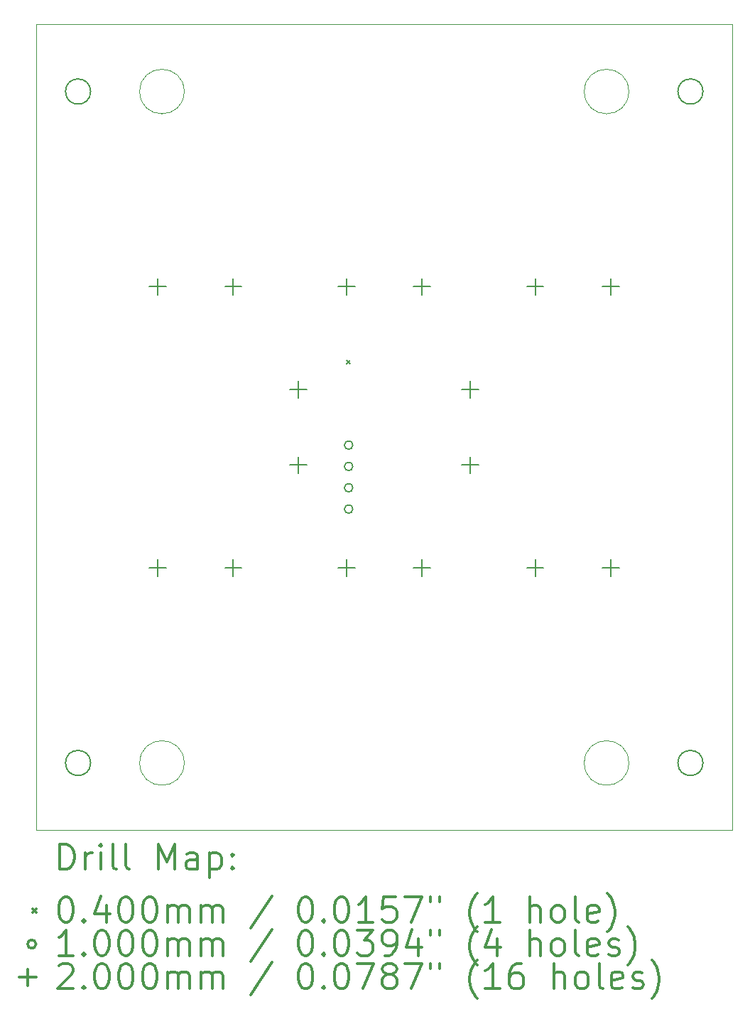
<source format=gbr>
%FSLAX45Y45*%
G04 Gerber Fmt 4.5, Leading zero omitted, Abs format (unit mm)*
G04 Created by KiCad (PCBNEW (5.1.10)-1) date 2022-04-02 16:27:37*
%MOMM*%
%LPD*%
G01*
G04 APERTURE LIST*
%TA.AperFunction,Profile*%
%ADD10C,0.050000*%
%TD*%
%TA.AperFunction,Profile*%
%ADD11C,0.150000*%
%TD*%
%ADD12C,0.200000*%
%ADD13C,0.300000*%
G04 APERTURE END LIST*
D10*
X16065000Y-5900000D02*
G75*
G03*
X16065000Y-5900000I-265000J0D01*
G01*
X10765000Y-5900000D02*
G75*
G03*
X10765000Y-5900000I-265000J0D01*
G01*
X10765000Y-13900000D02*
G75*
G03*
X10765000Y-13900000I-265000J0D01*
G01*
X16065000Y-13900000D02*
G75*
G03*
X16065000Y-13900000I-265000J0D01*
G01*
D11*
X9650000Y-13900000D02*
G75*
G03*
X9650000Y-13900000I-150000J0D01*
G01*
X16950000Y-13900000D02*
G75*
G03*
X16950000Y-13900000I-150000J0D01*
G01*
X16950000Y-5900000D02*
G75*
G03*
X16950000Y-5900000I-150000J0D01*
G01*
X9650000Y-5900000D02*
G75*
G03*
X9650000Y-5900000I-150000J0D01*
G01*
D10*
X9000000Y-14700000D02*
X17300000Y-14700000D01*
X9000000Y-5100000D02*
X9000000Y-14700000D01*
X17300000Y-5100000D02*
X9000000Y-5100000D01*
X17300000Y-5100000D02*
X17300000Y-14700000D01*
D12*
X12705000Y-9105000D02*
X12745000Y-9145000D01*
X12745000Y-9105000D02*
X12705000Y-9145000D01*
X12775000Y-10113000D02*
G75*
G03*
X12775000Y-10113000I-50000J0D01*
G01*
X12775000Y-10367000D02*
G75*
G03*
X12775000Y-10367000I-50000J0D01*
G01*
X12775000Y-10621000D02*
G75*
G03*
X12775000Y-10621000I-50000J0D01*
G01*
X12775000Y-10875000D02*
G75*
G03*
X12775000Y-10875000I-50000J0D01*
G01*
X10450000Y-8125000D02*
X10450000Y-8325000D01*
X10350000Y-8225000D02*
X10550000Y-8225000D01*
X10450000Y-11475000D02*
X10450000Y-11675000D01*
X10350000Y-11575000D02*
X10550000Y-11575000D01*
X11350000Y-8125000D02*
X11350000Y-8325000D01*
X11250000Y-8225000D02*
X11450000Y-8225000D01*
X11350000Y-11475000D02*
X11350000Y-11675000D01*
X11250000Y-11575000D02*
X11450000Y-11575000D01*
X12125000Y-9350000D02*
X12125000Y-9550000D01*
X12025000Y-9450000D02*
X12225000Y-9450000D01*
X12125000Y-10250000D02*
X12125000Y-10450000D01*
X12025000Y-10350000D02*
X12225000Y-10350000D01*
X12700000Y-8125000D02*
X12700000Y-8325000D01*
X12600000Y-8225000D02*
X12800000Y-8225000D01*
X12700000Y-11475000D02*
X12700000Y-11675000D01*
X12600000Y-11575000D02*
X12800000Y-11575000D01*
X13600000Y-8125000D02*
X13600000Y-8325000D01*
X13500000Y-8225000D02*
X13700000Y-8225000D01*
X13600000Y-11475000D02*
X13600000Y-11675000D01*
X13500000Y-11575000D02*
X13700000Y-11575000D01*
X14175000Y-9350000D02*
X14175000Y-9550000D01*
X14075000Y-9450000D02*
X14275000Y-9450000D01*
X14175000Y-10250000D02*
X14175000Y-10450000D01*
X14075000Y-10350000D02*
X14275000Y-10350000D01*
X14950000Y-8125000D02*
X14950000Y-8325000D01*
X14850000Y-8225000D02*
X15050000Y-8225000D01*
X14950000Y-11475000D02*
X14950000Y-11675000D01*
X14850000Y-11575000D02*
X15050000Y-11575000D01*
X15850000Y-8125000D02*
X15850000Y-8325000D01*
X15750000Y-8225000D02*
X15950000Y-8225000D01*
X15850000Y-11475000D02*
X15850000Y-11675000D01*
X15750000Y-11575000D02*
X15950000Y-11575000D01*
D13*
X9283928Y-15168214D02*
X9283928Y-14868214D01*
X9355357Y-14868214D01*
X9398214Y-14882500D01*
X9426786Y-14911071D01*
X9441071Y-14939643D01*
X9455357Y-14996786D01*
X9455357Y-15039643D01*
X9441071Y-15096786D01*
X9426786Y-15125357D01*
X9398214Y-15153929D01*
X9355357Y-15168214D01*
X9283928Y-15168214D01*
X9583928Y-15168214D02*
X9583928Y-14968214D01*
X9583928Y-15025357D02*
X9598214Y-14996786D01*
X9612500Y-14982500D01*
X9641071Y-14968214D01*
X9669643Y-14968214D01*
X9769643Y-15168214D02*
X9769643Y-14968214D01*
X9769643Y-14868214D02*
X9755357Y-14882500D01*
X9769643Y-14896786D01*
X9783928Y-14882500D01*
X9769643Y-14868214D01*
X9769643Y-14896786D01*
X9955357Y-15168214D02*
X9926786Y-15153929D01*
X9912500Y-15125357D01*
X9912500Y-14868214D01*
X10112500Y-15168214D02*
X10083928Y-15153929D01*
X10069643Y-15125357D01*
X10069643Y-14868214D01*
X10455357Y-15168214D02*
X10455357Y-14868214D01*
X10555357Y-15082500D01*
X10655357Y-14868214D01*
X10655357Y-15168214D01*
X10926786Y-15168214D02*
X10926786Y-15011071D01*
X10912500Y-14982500D01*
X10883928Y-14968214D01*
X10826786Y-14968214D01*
X10798214Y-14982500D01*
X10926786Y-15153929D02*
X10898214Y-15168214D01*
X10826786Y-15168214D01*
X10798214Y-15153929D01*
X10783928Y-15125357D01*
X10783928Y-15096786D01*
X10798214Y-15068214D01*
X10826786Y-15053929D01*
X10898214Y-15053929D01*
X10926786Y-15039643D01*
X11069643Y-14968214D02*
X11069643Y-15268214D01*
X11069643Y-14982500D02*
X11098214Y-14968214D01*
X11155357Y-14968214D01*
X11183928Y-14982500D01*
X11198214Y-14996786D01*
X11212500Y-15025357D01*
X11212500Y-15111071D01*
X11198214Y-15139643D01*
X11183928Y-15153929D01*
X11155357Y-15168214D01*
X11098214Y-15168214D01*
X11069643Y-15153929D01*
X11341071Y-15139643D02*
X11355357Y-15153929D01*
X11341071Y-15168214D01*
X11326786Y-15153929D01*
X11341071Y-15139643D01*
X11341071Y-15168214D01*
X11341071Y-14982500D02*
X11355357Y-14996786D01*
X11341071Y-15011071D01*
X11326786Y-14996786D01*
X11341071Y-14982500D01*
X11341071Y-15011071D01*
X8957500Y-15642500D02*
X8997500Y-15682500D01*
X8997500Y-15642500D02*
X8957500Y-15682500D01*
X9341071Y-15498214D02*
X9369643Y-15498214D01*
X9398214Y-15512500D01*
X9412500Y-15526786D01*
X9426786Y-15555357D01*
X9441071Y-15612500D01*
X9441071Y-15683929D01*
X9426786Y-15741071D01*
X9412500Y-15769643D01*
X9398214Y-15783929D01*
X9369643Y-15798214D01*
X9341071Y-15798214D01*
X9312500Y-15783929D01*
X9298214Y-15769643D01*
X9283928Y-15741071D01*
X9269643Y-15683929D01*
X9269643Y-15612500D01*
X9283928Y-15555357D01*
X9298214Y-15526786D01*
X9312500Y-15512500D01*
X9341071Y-15498214D01*
X9569643Y-15769643D02*
X9583928Y-15783929D01*
X9569643Y-15798214D01*
X9555357Y-15783929D01*
X9569643Y-15769643D01*
X9569643Y-15798214D01*
X9841071Y-15598214D02*
X9841071Y-15798214D01*
X9769643Y-15483929D02*
X9698214Y-15698214D01*
X9883928Y-15698214D01*
X10055357Y-15498214D02*
X10083928Y-15498214D01*
X10112500Y-15512500D01*
X10126786Y-15526786D01*
X10141071Y-15555357D01*
X10155357Y-15612500D01*
X10155357Y-15683929D01*
X10141071Y-15741071D01*
X10126786Y-15769643D01*
X10112500Y-15783929D01*
X10083928Y-15798214D01*
X10055357Y-15798214D01*
X10026786Y-15783929D01*
X10012500Y-15769643D01*
X9998214Y-15741071D01*
X9983928Y-15683929D01*
X9983928Y-15612500D01*
X9998214Y-15555357D01*
X10012500Y-15526786D01*
X10026786Y-15512500D01*
X10055357Y-15498214D01*
X10341071Y-15498214D02*
X10369643Y-15498214D01*
X10398214Y-15512500D01*
X10412500Y-15526786D01*
X10426786Y-15555357D01*
X10441071Y-15612500D01*
X10441071Y-15683929D01*
X10426786Y-15741071D01*
X10412500Y-15769643D01*
X10398214Y-15783929D01*
X10369643Y-15798214D01*
X10341071Y-15798214D01*
X10312500Y-15783929D01*
X10298214Y-15769643D01*
X10283928Y-15741071D01*
X10269643Y-15683929D01*
X10269643Y-15612500D01*
X10283928Y-15555357D01*
X10298214Y-15526786D01*
X10312500Y-15512500D01*
X10341071Y-15498214D01*
X10569643Y-15798214D02*
X10569643Y-15598214D01*
X10569643Y-15626786D02*
X10583928Y-15612500D01*
X10612500Y-15598214D01*
X10655357Y-15598214D01*
X10683928Y-15612500D01*
X10698214Y-15641071D01*
X10698214Y-15798214D01*
X10698214Y-15641071D02*
X10712500Y-15612500D01*
X10741071Y-15598214D01*
X10783928Y-15598214D01*
X10812500Y-15612500D01*
X10826786Y-15641071D01*
X10826786Y-15798214D01*
X10969643Y-15798214D02*
X10969643Y-15598214D01*
X10969643Y-15626786D02*
X10983928Y-15612500D01*
X11012500Y-15598214D01*
X11055357Y-15598214D01*
X11083928Y-15612500D01*
X11098214Y-15641071D01*
X11098214Y-15798214D01*
X11098214Y-15641071D02*
X11112500Y-15612500D01*
X11141071Y-15598214D01*
X11183928Y-15598214D01*
X11212500Y-15612500D01*
X11226786Y-15641071D01*
X11226786Y-15798214D01*
X11812500Y-15483929D02*
X11555357Y-15869643D01*
X12198214Y-15498214D02*
X12226786Y-15498214D01*
X12255357Y-15512500D01*
X12269643Y-15526786D01*
X12283928Y-15555357D01*
X12298214Y-15612500D01*
X12298214Y-15683929D01*
X12283928Y-15741071D01*
X12269643Y-15769643D01*
X12255357Y-15783929D01*
X12226786Y-15798214D01*
X12198214Y-15798214D01*
X12169643Y-15783929D01*
X12155357Y-15769643D01*
X12141071Y-15741071D01*
X12126786Y-15683929D01*
X12126786Y-15612500D01*
X12141071Y-15555357D01*
X12155357Y-15526786D01*
X12169643Y-15512500D01*
X12198214Y-15498214D01*
X12426786Y-15769643D02*
X12441071Y-15783929D01*
X12426786Y-15798214D01*
X12412500Y-15783929D01*
X12426786Y-15769643D01*
X12426786Y-15798214D01*
X12626786Y-15498214D02*
X12655357Y-15498214D01*
X12683928Y-15512500D01*
X12698214Y-15526786D01*
X12712500Y-15555357D01*
X12726786Y-15612500D01*
X12726786Y-15683929D01*
X12712500Y-15741071D01*
X12698214Y-15769643D01*
X12683928Y-15783929D01*
X12655357Y-15798214D01*
X12626786Y-15798214D01*
X12598214Y-15783929D01*
X12583928Y-15769643D01*
X12569643Y-15741071D01*
X12555357Y-15683929D01*
X12555357Y-15612500D01*
X12569643Y-15555357D01*
X12583928Y-15526786D01*
X12598214Y-15512500D01*
X12626786Y-15498214D01*
X13012500Y-15798214D02*
X12841071Y-15798214D01*
X12926786Y-15798214D02*
X12926786Y-15498214D01*
X12898214Y-15541071D01*
X12869643Y-15569643D01*
X12841071Y-15583929D01*
X13283928Y-15498214D02*
X13141071Y-15498214D01*
X13126786Y-15641071D01*
X13141071Y-15626786D01*
X13169643Y-15612500D01*
X13241071Y-15612500D01*
X13269643Y-15626786D01*
X13283928Y-15641071D01*
X13298214Y-15669643D01*
X13298214Y-15741071D01*
X13283928Y-15769643D01*
X13269643Y-15783929D01*
X13241071Y-15798214D01*
X13169643Y-15798214D01*
X13141071Y-15783929D01*
X13126786Y-15769643D01*
X13398214Y-15498214D02*
X13598214Y-15498214D01*
X13469643Y-15798214D01*
X13698214Y-15498214D02*
X13698214Y-15555357D01*
X13812500Y-15498214D02*
X13812500Y-15555357D01*
X14255357Y-15912500D02*
X14241071Y-15898214D01*
X14212500Y-15855357D01*
X14198214Y-15826786D01*
X14183928Y-15783929D01*
X14169643Y-15712500D01*
X14169643Y-15655357D01*
X14183928Y-15583929D01*
X14198214Y-15541071D01*
X14212500Y-15512500D01*
X14241071Y-15469643D01*
X14255357Y-15455357D01*
X14526786Y-15798214D02*
X14355357Y-15798214D01*
X14441071Y-15798214D02*
X14441071Y-15498214D01*
X14412500Y-15541071D01*
X14383928Y-15569643D01*
X14355357Y-15583929D01*
X14883928Y-15798214D02*
X14883928Y-15498214D01*
X15012500Y-15798214D02*
X15012500Y-15641071D01*
X14998214Y-15612500D01*
X14969643Y-15598214D01*
X14926786Y-15598214D01*
X14898214Y-15612500D01*
X14883928Y-15626786D01*
X15198214Y-15798214D02*
X15169643Y-15783929D01*
X15155357Y-15769643D01*
X15141071Y-15741071D01*
X15141071Y-15655357D01*
X15155357Y-15626786D01*
X15169643Y-15612500D01*
X15198214Y-15598214D01*
X15241071Y-15598214D01*
X15269643Y-15612500D01*
X15283928Y-15626786D01*
X15298214Y-15655357D01*
X15298214Y-15741071D01*
X15283928Y-15769643D01*
X15269643Y-15783929D01*
X15241071Y-15798214D01*
X15198214Y-15798214D01*
X15469643Y-15798214D02*
X15441071Y-15783929D01*
X15426786Y-15755357D01*
X15426786Y-15498214D01*
X15698214Y-15783929D02*
X15669643Y-15798214D01*
X15612500Y-15798214D01*
X15583928Y-15783929D01*
X15569643Y-15755357D01*
X15569643Y-15641071D01*
X15583928Y-15612500D01*
X15612500Y-15598214D01*
X15669643Y-15598214D01*
X15698214Y-15612500D01*
X15712500Y-15641071D01*
X15712500Y-15669643D01*
X15569643Y-15698214D01*
X15812500Y-15912500D02*
X15826786Y-15898214D01*
X15855357Y-15855357D01*
X15869643Y-15826786D01*
X15883928Y-15783929D01*
X15898214Y-15712500D01*
X15898214Y-15655357D01*
X15883928Y-15583929D01*
X15869643Y-15541071D01*
X15855357Y-15512500D01*
X15826786Y-15469643D01*
X15812500Y-15455357D01*
X8997500Y-16058500D02*
G75*
G03*
X8997500Y-16058500I-50000J0D01*
G01*
X9441071Y-16194214D02*
X9269643Y-16194214D01*
X9355357Y-16194214D02*
X9355357Y-15894214D01*
X9326786Y-15937071D01*
X9298214Y-15965643D01*
X9269643Y-15979929D01*
X9569643Y-16165643D02*
X9583928Y-16179929D01*
X9569643Y-16194214D01*
X9555357Y-16179929D01*
X9569643Y-16165643D01*
X9569643Y-16194214D01*
X9769643Y-15894214D02*
X9798214Y-15894214D01*
X9826786Y-15908500D01*
X9841071Y-15922786D01*
X9855357Y-15951357D01*
X9869643Y-16008500D01*
X9869643Y-16079929D01*
X9855357Y-16137071D01*
X9841071Y-16165643D01*
X9826786Y-16179929D01*
X9798214Y-16194214D01*
X9769643Y-16194214D01*
X9741071Y-16179929D01*
X9726786Y-16165643D01*
X9712500Y-16137071D01*
X9698214Y-16079929D01*
X9698214Y-16008500D01*
X9712500Y-15951357D01*
X9726786Y-15922786D01*
X9741071Y-15908500D01*
X9769643Y-15894214D01*
X10055357Y-15894214D02*
X10083928Y-15894214D01*
X10112500Y-15908500D01*
X10126786Y-15922786D01*
X10141071Y-15951357D01*
X10155357Y-16008500D01*
X10155357Y-16079929D01*
X10141071Y-16137071D01*
X10126786Y-16165643D01*
X10112500Y-16179929D01*
X10083928Y-16194214D01*
X10055357Y-16194214D01*
X10026786Y-16179929D01*
X10012500Y-16165643D01*
X9998214Y-16137071D01*
X9983928Y-16079929D01*
X9983928Y-16008500D01*
X9998214Y-15951357D01*
X10012500Y-15922786D01*
X10026786Y-15908500D01*
X10055357Y-15894214D01*
X10341071Y-15894214D02*
X10369643Y-15894214D01*
X10398214Y-15908500D01*
X10412500Y-15922786D01*
X10426786Y-15951357D01*
X10441071Y-16008500D01*
X10441071Y-16079929D01*
X10426786Y-16137071D01*
X10412500Y-16165643D01*
X10398214Y-16179929D01*
X10369643Y-16194214D01*
X10341071Y-16194214D01*
X10312500Y-16179929D01*
X10298214Y-16165643D01*
X10283928Y-16137071D01*
X10269643Y-16079929D01*
X10269643Y-16008500D01*
X10283928Y-15951357D01*
X10298214Y-15922786D01*
X10312500Y-15908500D01*
X10341071Y-15894214D01*
X10569643Y-16194214D02*
X10569643Y-15994214D01*
X10569643Y-16022786D02*
X10583928Y-16008500D01*
X10612500Y-15994214D01*
X10655357Y-15994214D01*
X10683928Y-16008500D01*
X10698214Y-16037071D01*
X10698214Y-16194214D01*
X10698214Y-16037071D02*
X10712500Y-16008500D01*
X10741071Y-15994214D01*
X10783928Y-15994214D01*
X10812500Y-16008500D01*
X10826786Y-16037071D01*
X10826786Y-16194214D01*
X10969643Y-16194214D02*
X10969643Y-15994214D01*
X10969643Y-16022786D02*
X10983928Y-16008500D01*
X11012500Y-15994214D01*
X11055357Y-15994214D01*
X11083928Y-16008500D01*
X11098214Y-16037071D01*
X11098214Y-16194214D01*
X11098214Y-16037071D02*
X11112500Y-16008500D01*
X11141071Y-15994214D01*
X11183928Y-15994214D01*
X11212500Y-16008500D01*
X11226786Y-16037071D01*
X11226786Y-16194214D01*
X11812500Y-15879929D02*
X11555357Y-16265643D01*
X12198214Y-15894214D02*
X12226786Y-15894214D01*
X12255357Y-15908500D01*
X12269643Y-15922786D01*
X12283928Y-15951357D01*
X12298214Y-16008500D01*
X12298214Y-16079929D01*
X12283928Y-16137071D01*
X12269643Y-16165643D01*
X12255357Y-16179929D01*
X12226786Y-16194214D01*
X12198214Y-16194214D01*
X12169643Y-16179929D01*
X12155357Y-16165643D01*
X12141071Y-16137071D01*
X12126786Y-16079929D01*
X12126786Y-16008500D01*
X12141071Y-15951357D01*
X12155357Y-15922786D01*
X12169643Y-15908500D01*
X12198214Y-15894214D01*
X12426786Y-16165643D02*
X12441071Y-16179929D01*
X12426786Y-16194214D01*
X12412500Y-16179929D01*
X12426786Y-16165643D01*
X12426786Y-16194214D01*
X12626786Y-15894214D02*
X12655357Y-15894214D01*
X12683928Y-15908500D01*
X12698214Y-15922786D01*
X12712500Y-15951357D01*
X12726786Y-16008500D01*
X12726786Y-16079929D01*
X12712500Y-16137071D01*
X12698214Y-16165643D01*
X12683928Y-16179929D01*
X12655357Y-16194214D01*
X12626786Y-16194214D01*
X12598214Y-16179929D01*
X12583928Y-16165643D01*
X12569643Y-16137071D01*
X12555357Y-16079929D01*
X12555357Y-16008500D01*
X12569643Y-15951357D01*
X12583928Y-15922786D01*
X12598214Y-15908500D01*
X12626786Y-15894214D01*
X12826786Y-15894214D02*
X13012500Y-15894214D01*
X12912500Y-16008500D01*
X12955357Y-16008500D01*
X12983928Y-16022786D01*
X12998214Y-16037071D01*
X13012500Y-16065643D01*
X13012500Y-16137071D01*
X12998214Y-16165643D01*
X12983928Y-16179929D01*
X12955357Y-16194214D01*
X12869643Y-16194214D01*
X12841071Y-16179929D01*
X12826786Y-16165643D01*
X13155357Y-16194214D02*
X13212500Y-16194214D01*
X13241071Y-16179929D01*
X13255357Y-16165643D01*
X13283928Y-16122786D01*
X13298214Y-16065643D01*
X13298214Y-15951357D01*
X13283928Y-15922786D01*
X13269643Y-15908500D01*
X13241071Y-15894214D01*
X13183928Y-15894214D01*
X13155357Y-15908500D01*
X13141071Y-15922786D01*
X13126786Y-15951357D01*
X13126786Y-16022786D01*
X13141071Y-16051357D01*
X13155357Y-16065643D01*
X13183928Y-16079929D01*
X13241071Y-16079929D01*
X13269643Y-16065643D01*
X13283928Y-16051357D01*
X13298214Y-16022786D01*
X13555357Y-15994214D02*
X13555357Y-16194214D01*
X13483928Y-15879929D02*
X13412500Y-16094214D01*
X13598214Y-16094214D01*
X13698214Y-15894214D02*
X13698214Y-15951357D01*
X13812500Y-15894214D02*
X13812500Y-15951357D01*
X14255357Y-16308500D02*
X14241071Y-16294214D01*
X14212500Y-16251357D01*
X14198214Y-16222786D01*
X14183928Y-16179929D01*
X14169643Y-16108500D01*
X14169643Y-16051357D01*
X14183928Y-15979929D01*
X14198214Y-15937071D01*
X14212500Y-15908500D01*
X14241071Y-15865643D01*
X14255357Y-15851357D01*
X14498214Y-15994214D02*
X14498214Y-16194214D01*
X14426786Y-15879929D02*
X14355357Y-16094214D01*
X14541071Y-16094214D01*
X14883928Y-16194214D02*
X14883928Y-15894214D01*
X15012500Y-16194214D02*
X15012500Y-16037071D01*
X14998214Y-16008500D01*
X14969643Y-15994214D01*
X14926786Y-15994214D01*
X14898214Y-16008500D01*
X14883928Y-16022786D01*
X15198214Y-16194214D02*
X15169643Y-16179929D01*
X15155357Y-16165643D01*
X15141071Y-16137071D01*
X15141071Y-16051357D01*
X15155357Y-16022786D01*
X15169643Y-16008500D01*
X15198214Y-15994214D01*
X15241071Y-15994214D01*
X15269643Y-16008500D01*
X15283928Y-16022786D01*
X15298214Y-16051357D01*
X15298214Y-16137071D01*
X15283928Y-16165643D01*
X15269643Y-16179929D01*
X15241071Y-16194214D01*
X15198214Y-16194214D01*
X15469643Y-16194214D02*
X15441071Y-16179929D01*
X15426786Y-16151357D01*
X15426786Y-15894214D01*
X15698214Y-16179929D02*
X15669643Y-16194214D01*
X15612500Y-16194214D01*
X15583928Y-16179929D01*
X15569643Y-16151357D01*
X15569643Y-16037071D01*
X15583928Y-16008500D01*
X15612500Y-15994214D01*
X15669643Y-15994214D01*
X15698214Y-16008500D01*
X15712500Y-16037071D01*
X15712500Y-16065643D01*
X15569643Y-16094214D01*
X15826786Y-16179929D02*
X15855357Y-16194214D01*
X15912500Y-16194214D01*
X15941071Y-16179929D01*
X15955357Y-16151357D01*
X15955357Y-16137071D01*
X15941071Y-16108500D01*
X15912500Y-16094214D01*
X15869643Y-16094214D01*
X15841071Y-16079929D01*
X15826786Y-16051357D01*
X15826786Y-16037071D01*
X15841071Y-16008500D01*
X15869643Y-15994214D01*
X15912500Y-15994214D01*
X15941071Y-16008500D01*
X16055357Y-16308500D02*
X16069643Y-16294214D01*
X16098214Y-16251357D01*
X16112500Y-16222786D01*
X16126786Y-16179929D01*
X16141071Y-16108500D01*
X16141071Y-16051357D01*
X16126786Y-15979929D01*
X16112500Y-15937071D01*
X16098214Y-15908500D01*
X16069643Y-15865643D01*
X16055357Y-15851357D01*
X8897500Y-16354500D02*
X8897500Y-16554500D01*
X8797500Y-16454500D02*
X8997500Y-16454500D01*
X9269643Y-16318786D02*
X9283928Y-16304500D01*
X9312500Y-16290214D01*
X9383928Y-16290214D01*
X9412500Y-16304500D01*
X9426786Y-16318786D01*
X9441071Y-16347357D01*
X9441071Y-16375929D01*
X9426786Y-16418786D01*
X9255357Y-16590214D01*
X9441071Y-16590214D01*
X9569643Y-16561643D02*
X9583928Y-16575929D01*
X9569643Y-16590214D01*
X9555357Y-16575929D01*
X9569643Y-16561643D01*
X9569643Y-16590214D01*
X9769643Y-16290214D02*
X9798214Y-16290214D01*
X9826786Y-16304500D01*
X9841071Y-16318786D01*
X9855357Y-16347357D01*
X9869643Y-16404500D01*
X9869643Y-16475929D01*
X9855357Y-16533071D01*
X9841071Y-16561643D01*
X9826786Y-16575929D01*
X9798214Y-16590214D01*
X9769643Y-16590214D01*
X9741071Y-16575929D01*
X9726786Y-16561643D01*
X9712500Y-16533071D01*
X9698214Y-16475929D01*
X9698214Y-16404500D01*
X9712500Y-16347357D01*
X9726786Y-16318786D01*
X9741071Y-16304500D01*
X9769643Y-16290214D01*
X10055357Y-16290214D02*
X10083928Y-16290214D01*
X10112500Y-16304500D01*
X10126786Y-16318786D01*
X10141071Y-16347357D01*
X10155357Y-16404500D01*
X10155357Y-16475929D01*
X10141071Y-16533071D01*
X10126786Y-16561643D01*
X10112500Y-16575929D01*
X10083928Y-16590214D01*
X10055357Y-16590214D01*
X10026786Y-16575929D01*
X10012500Y-16561643D01*
X9998214Y-16533071D01*
X9983928Y-16475929D01*
X9983928Y-16404500D01*
X9998214Y-16347357D01*
X10012500Y-16318786D01*
X10026786Y-16304500D01*
X10055357Y-16290214D01*
X10341071Y-16290214D02*
X10369643Y-16290214D01*
X10398214Y-16304500D01*
X10412500Y-16318786D01*
X10426786Y-16347357D01*
X10441071Y-16404500D01*
X10441071Y-16475929D01*
X10426786Y-16533071D01*
X10412500Y-16561643D01*
X10398214Y-16575929D01*
X10369643Y-16590214D01*
X10341071Y-16590214D01*
X10312500Y-16575929D01*
X10298214Y-16561643D01*
X10283928Y-16533071D01*
X10269643Y-16475929D01*
X10269643Y-16404500D01*
X10283928Y-16347357D01*
X10298214Y-16318786D01*
X10312500Y-16304500D01*
X10341071Y-16290214D01*
X10569643Y-16590214D02*
X10569643Y-16390214D01*
X10569643Y-16418786D02*
X10583928Y-16404500D01*
X10612500Y-16390214D01*
X10655357Y-16390214D01*
X10683928Y-16404500D01*
X10698214Y-16433071D01*
X10698214Y-16590214D01*
X10698214Y-16433071D02*
X10712500Y-16404500D01*
X10741071Y-16390214D01*
X10783928Y-16390214D01*
X10812500Y-16404500D01*
X10826786Y-16433071D01*
X10826786Y-16590214D01*
X10969643Y-16590214D02*
X10969643Y-16390214D01*
X10969643Y-16418786D02*
X10983928Y-16404500D01*
X11012500Y-16390214D01*
X11055357Y-16390214D01*
X11083928Y-16404500D01*
X11098214Y-16433071D01*
X11098214Y-16590214D01*
X11098214Y-16433071D02*
X11112500Y-16404500D01*
X11141071Y-16390214D01*
X11183928Y-16390214D01*
X11212500Y-16404500D01*
X11226786Y-16433071D01*
X11226786Y-16590214D01*
X11812500Y-16275929D02*
X11555357Y-16661643D01*
X12198214Y-16290214D02*
X12226786Y-16290214D01*
X12255357Y-16304500D01*
X12269643Y-16318786D01*
X12283928Y-16347357D01*
X12298214Y-16404500D01*
X12298214Y-16475929D01*
X12283928Y-16533071D01*
X12269643Y-16561643D01*
X12255357Y-16575929D01*
X12226786Y-16590214D01*
X12198214Y-16590214D01*
X12169643Y-16575929D01*
X12155357Y-16561643D01*
X12141071Y-16533071D01*
X12126786Y-16475929D01*
X12126786Y-16404500D01*
X12141071Y-16347357D01*
X12155357Y-16318786D01*
X12169643Y-16304500D01*
X12198214Y-16290214D01*
X12426786Y-16561643D02*
X12441071Y-16575929D01*
X12426786Y-16590214D01*
X12412500Y-16575929D01*
X12426786Y-16561643D01*
X12426786Y-16590214D01*
X12626786Y-16290214D02*
X12655357Y-16290214D01*
X12683928Y-16304500D01*
X12698214Y-16318786D01*
X12712500Y-16347357D01*
X12726786Y-16404500D01*
X12726786Y-16475929D01*
X12712500Y-16533071D01*
X12698214Y-16561643D01*
X12683928Y-16575929D01*
X12655357Y-16590214D01*
X12626786Y-16590214D01*
X12598214Y-16575929D01*
X12583928Y-16561643D01*
X12569643Y-16533071D01*
X12555357Y-16475929D01*
X12555357Y-16404500D01*
X12569643Y-16347357D01*
X12583928Y-16318786D01*
X12598214Y-16304500D01*
X12626786Y-16290214D01*
X12826786Y-16290214D02*
X13026786Y-16290214D01*
X12898214Y-16590214D01*
X13183928Y-16418786D02*
X13155357Y-16404500D01*
X13141071Y-16390214D01*
X13126786Y-16361643D01*
X13126786Y-16347357D01*
X13141071Y-16318786D01*
X13155357Y-16304500D01*
X13183928Y-16290214D01*
X13241071Y-16290214D01*
X13269643Y-16304500D01*
X13283928Y-16318786D01*
X13298214Y-16347357D01*
X13298214Y-16361643D01*
X13283928Y-16390214D01*
X13269643Y-16404500D01*
X13241071Y-16418786D01*
X13183928Y-16418786D01*
X13155357Y-16433071D01*
X13141071Y-16447357D01*
X13126786Y-16475929D01*
X13126786Y-16533071D01*
X13141071Y-16561643D01*
X13155357Y-16575929D01*
X13183928Y-16590214D01*
X13241071Y-16590214D01*
X13269643Y-16575929D01*
X13283928Y-16561643D01*
X13298214Y-16533071D01*
X13298214Y-16475929D01*
X13283928Y-16447357D01*
X13269643Y-16433071D01*
X13241071Y-16418786D01*
X13398214Y-16290214D02*
X13598214Y-16290214D01*
X13469643Y-16590214D01*
X13698214Y-16290214D02*
X13698214Y-16347357D01*
X13812500Y-16290214D02*
X13812500Y-16347357D01*
X14255357Y-16704500D02*
X14241071Y-16690214D01*
X14212500Y-16647357D01*
X14198214Y-16618786D01*
X14183928Y-16575929D01*
X14169643Y-16504500D01*
X14169643Y-16447357D01*
X14183928Y-16375929D01*
X14198214Y-16333071D01*
X14212500Y-16304500D01*
X14241071Y-16261643D01*
X14255357Y-16247357D01*
X14526786Y-16590214D02*
X14355357Y-16590214D01*
X14441071Y-16590214D02*
X14441071Y-16290214D01*
X14412500Y-16333071D01*
X14383928Y-16361643D01*
X14355357Y-16375929D01*
X14783928Y-16290214D02*
X14726786Y-16290214D01*
X14698214Y-16304500D01*
X14683928Y-16318786D01*
X14655357Y-16361643D01*
X14641071Y-16418786D01*
X14641071Y-16533071D01*
X14655357Y-16561643D01*
X14669643Y-16575929D01*
X14698214Y-16590214D01*
X14755357Y-16590214D01*
X14783928Y-16575929D01*
X14798214Y-16561643D01*
X14812500Y-16533071D01*
X14812500Y-16461643D01*
X14798214Y-16433071D01*
X14783928Y-16418786D01*
X14755357Y-16404500D01*
X14698214Y-16404500D01*
X14669643Y-16418786D01*
X14655357Y-16433071D01*
X14641071Y-16461643D01*
X15169643Y-16590214D02*
X15169643Y-16290214D01*
X15298214Y-16590214D02*
X15298214Y-16433071D01*
X15283928Y-16404500D01*
X15255357Y-16390214D01*
X15212500Y-16390214D01*
X15183928Y-16404500D01*
X15169643Y-16418786D01*
X15483928Y-16590214D02*
X15455357Y-16575929D01*
X15441071Y-16561643D01*
X15426786Y-16533071D01*
X15426786Y-16447357D01*
X15441071Y-16418786D01*
X15455357Y-16404500D01*
X15483928Y-16390214D01*
X15526786Y-16390214D01*
X15555357Y-16404500D01*
X15569643Y-16418786D01*
X15583928Y-16447357D01*
X15583928Y-16533071D01*
X15569643Y-16561643D01*
X15555357Y-16575929D01*
X15526786Y-16590214D01*
X15483928Y-16590214D01*
X15755357Y-16590214D02*
X15726786Y-16575929D01*
X15712500Y-16547357D01*
X15712500Y-16290214D01*
X15983928Y-16575929D02*
X15955357Y-16590214D01*
X15898214Y-16590214D01*
X15869643Y-16575929D01*
X15855357Y-16547357D01*
X15855357Y-16433071D01*
X15869643Y-16404500D01*
X15898214Y-16390214D01*
X15955357Y-16390214D01*
X15983928Y-16404500D01*
X15998214Y-16433071D01*
X15998214Y-16461643D01*
X15855357Y-16490214D01*
X16112500Y-16575929D02*
X16141071Y-16590214D01*
X16198214Y-16590214D01*
X16226786Y-16575929D01*
X16241071Y-16547357D01*
X16241071Y-16533071D01*
X16226786Y-16504500D01*
X16198214Y-16490214D01*
X16155357Y-16490214D01*
X16126786Y-16475929D01*
X16112500Y-16447357D01*
X16112500Y-16433071D01*
X16126786Y-16404500D01*
X16155357Y-16390214D01*
X16198214Y-16390214D01*
X16226786Y-16404500D01*
X16341071Y-16704500D02*
X16355357Y-16690214D01*
X16383928Y-16647357D01*
X16398214Y-16618786D01*
X16412500Y-16575929D01*
X16426786Y-16504500D01*
X16426786Y-16447357D01*
X16412500Y-16375929D01*
X16398214Y-16333071D01*
X16383928Y-16304500D01*
X16355357Y-16261643D01*
X16341071Y-16247357D01*
M02*

</source>
